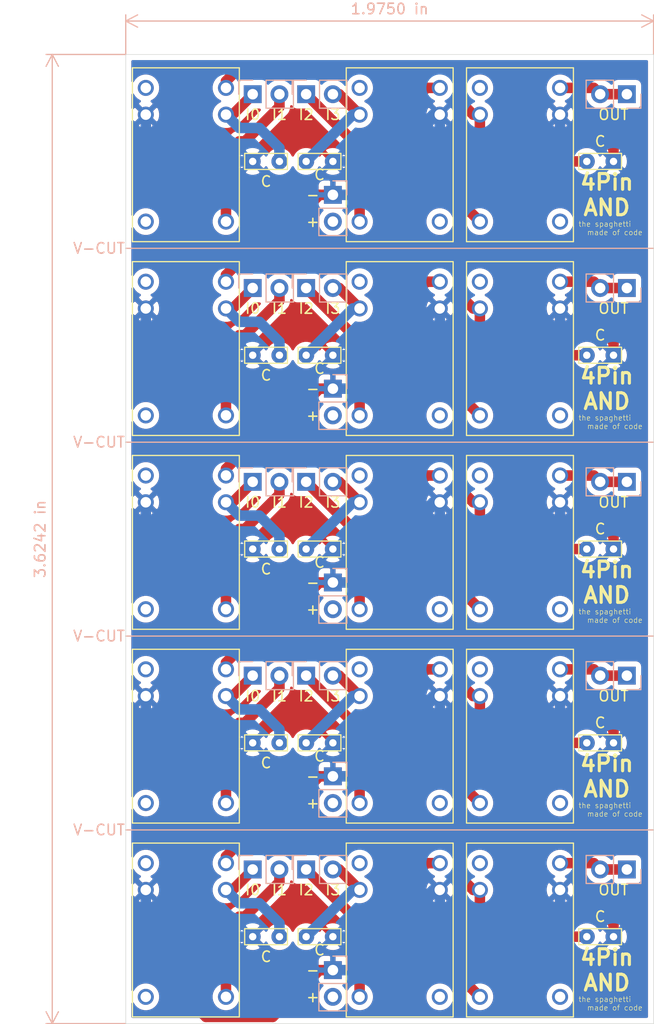
<source format=kicad_pcb>
(kicad_pcb (version 20171130) (host pcbnew "(5.1.6)-1")
  (layers (0 F.Cu signal) (31 B.Cu signal hide) (34 B.Paste user hide) (35 F.Paste user hide) (36 B.SilkS user) (37 F.SilkS user hide) (38 B.Mask user hide) (39 F.Mask user hide) (44 Edge.Cuts user))
  (net 0 "")
  (net 1 GND)
  (net 2 "Net-(C1-Pad1)")
  (net 3 "Net-(C2-Pad2)")
  (net 4 "Net-(C3-Pad2)")
  (net 5 "Net-(J1-Pad2)")
  (net 6 "Net-(J2-Pad1)")
  (net 7 "Net-(J3-Pad1)")
  (net 8 "Net-(J4-Pad2)")
  (net 9 "Net-(SPDT1-Pad1)")
  (net 10 "Net-(SPDT1-Pad5)")
  (net 11 "Net-(SPDT2-Pad1)")
  (net 12 "Net-(SPDT2-Pad6)")
  (net 13 "Net-(SPDT3-Pad6)")
  (net 14 "Net-(SPDT2-Pad2)")
  (net 15 "Net-(SPDT3-Pad1)")
  (module Connector_PinHeader_2.54mm:PinHeader_1x02_P2.54mm_Vertical (layer B.Cu) (at 77.47 107.26 90)
    (fp_text reference J3)
    (fp_text value Conn_01x02)
    (pad 1 thru_hole rect (at 0 0 90) (size 1.7 1.7) (drill 1) (layers *.Cu *.Mask) (net 7 "Net-(J3-Pad1)"))
    (pad 2 thru_hole oval (at 0 -2.54 90) (size 1.7 1.7) (drill 1) (layers *.Cu *.Mask) (net 7 "Net-(J3-Pad1)"))
  )
  (module Connector_PinHeader_2.54mm:PinHeader_1x02_P2.54mm_Vertical (layer B.Cu) (at 77.47 88.85 90)
    (fp_text reference J3)
    (fp_text value Conn_01x02)
    (pad 1 thru_hole rect (at 0 0 90) (size 1.7 1.7) (drill 1) (layers *.Cu *.Mask) (net 7 "Net-(J3-Pad1)"))
    (pad 2 thru_hole oval (at 0 -2.54 90) (size 1.7 1.7) (drill 1) (layers *.Cu *.Mask) (net 7 "Net-(J3-Pad1)"))
  )
  (module Connector_PinHeader_2.54mm:PinHeader_1x02_P2.54mm_Vertical (layer B.Cu) (at 77.47 70.44 90)
    (fp_text reference J3)
    (fp_text value Conn_01x02)
    (pad 1 thru_hole rect (at 0 0 90) (size 1.7 1.7) (drill 1) (layers *.Cu *.Mask) (net 7 "Net-(J3-Pad1)"))
    (pad 2 thru_hole oval (at 0 -2.54 90) (size 1.7 1.7) (drill 1) (layers *.Cu *.Mask) (net 7 "Net-(J3-Pad1)"))
  )
  (module Connector_PinHeader_2.54mm:PinHeader_1x02_P2.54mm_Vertical (layer B.Cu) (at 77.47 52.03 90)
    (fp_text reference J3)
    (fp_text value Conn_01x02)
    (pad 1 thru_hole rect (at 0 0 90) (size 1.7 1.7) (drill 1) (layers *.Cu *.Mask) (net 7 "Net-(J3-Pad1)"))
    (pad 2 thru_hole oval (at 0 -2.54 90) (size 1.7 1.7) (drill 1) (layers *.Cu *.Mask) (net 7 "Net-(J3-Pad1)"))
  )
  (module MiyakeFootprintLib:946H-1C-24D (layer F.Cu) (at 68.58 111.74)
    (fp_text reference SPDT3)
    (fp_text value 946H-1C-24D)
    (pad 6 thru_hole circle (at 2.54 7.62) (size 1.524 1.524) (drill 1) (layers *.Cu *.Mask) (net 13 "Net-(SPDT3-Pad6)"))
    (pad 5 thru_hole circle (at -5.08 7.62) (size 1.524 1.524) (drill 1) (layers *.Cu *.Mask) (net 14 "Net-(SPDT2-Pad2)"))
    (pad 4 thru_hole circle (at -5.08 -2.54) (size 1.524 1.524) (drill 1) (layers *.Cu *.Mask) (net 4 "Net-(C3-Pad2)"))
    (pad 3 thru_hole circle (at 2.54 -2.54) (size 1.524 1.524) (drill 1) (layers *.Cu *.Mask) (net 1 GND))
    (pad 2 thru_hole circle (at 2.54 -5.08) (size 1.524 1.524) (drill 1) (layers *.Cu *.Mask) (net 7 "Net-(J3-Pad1)"))
    (pad 1 thru_hole circle (at -5.08 -5.08) (size 1.524 1.524) (drill 1) (layers *.Cu *.Mask) (net 15 "Net-(SPDT3-Pad1)"))
  )
  (module MiyakeFootprintLib:946H-1C-24D (layer F.Cu) (at 68.58 93.33)
    (fp_text reference SPDT3)
    (fp_text value 946H-1C-24D)
    (pad 6 thru_hole circle (at 2.54 7.62) (size 1.524 1.524) (drill 1) (layers *.Cu *.Mask) (net 13 "Net-(SPDT3-Pad6)"))
    (pad 5 thru_hole circle (at -5.08 7.62) (size 1.524 1.524) (drill 1) (layers *.Cu *.Mask) (net 14 "Net-(SPDT2-Pad2)"))
    (pad 4 thru_hole circle (at -5.08 -2.54) (size 1.524 1.524) (drill 1) (layers *.Cu *.Mask) (net 4 "Net-(C3-Pad2)"))
    (pad 3 thru_hole circle (at 2.54 -2.54) (size 1.524 1.524) (drill 1) (layers *.Cu *.Mask) (net 1 GND))
    (pad 2 thru_hole circle (at 2.54 -5.08) (size 1.524 1.524) (drill 1) (layers *.Cu *.Mask) (net 7 "Net-(J3-Pad1)"))
    (pad 1 thru_hole circle (at -5.08 -5.08) (size 1.524 1.524) (drill 1) (layers *.Cu *.Mask) (net 15 "Net-(SPDT3-Pad1)"))
  )
  (module MiyakeFootprintLib:946H-1C-24D (layer F.Cu) (at 68.58 74.92)
    (fp_text reference SPDT3)
    (fp_text value 946H-1C-24D)
    (pad 6 thru_hole circle (at 2.54 7.62) (size 1.524 1.524) (drill 1) (layers *.Cu *.Mask) (net 13 "Net-(SPDT3-Pad6)"))
    (pad 5 thru_hole circle (at -5.08 7.62) (size 1.524 1.524) (drill 1) (layers *.Cu *.Mask) (net 14 "Net-(SPDT2-Pad2)"))
    (pad 4 thru_hole circle (at -5.08 -2.54) (size 1.524 1.524) (drill 1) (layers *.Cu *.Mask) (net 4 "Net-(C3-Pad2)"))
    (pad 3 thru_hole circle (at 2.54 -2.54) (size 1.524 1.524) (drill 1) (layers *.Cu *.Mask) (net 1 GND))
    (pad 2 thru_hole circle (at 2.54 -5.08) (size 1.524 1.524) (drill 1) (layers *.Cu *.Mask) (net 7 "Net-(J3-Pad1)"))
    (pad 1 thru_hole circle (at -5.08 -5.08) (size 1.524 1.524) (drill 1) (layers *.Cu *.Mask) (net 15 "Net-(SPDT3-Pad1)"))
  )
  (module MiyakeFootprintLib:946H-1C-24D (layer F.Cu) (at 68.58 56.51)
    (fp_text reference SPDT3)
    (fp_text value 946H-1C-24D)
    (pad 6 thru_hole circle (at 2.54 7.62) (size 1.524 1.524) (drill 1) (layers *.Cu *.Mask) (net 13 "Net-(SPDT3-Pad6)"))
    (pad 5 thru_hole circle (at -5.08 7.62) (size 1.524 1.524) (drill 1) (layers *.Cu *.Mask) (net 14 "Net-(SPDT2-Pad2)"))
    (pad 4 thru_hole circle (at -5.08 -2.54) (size 1.524 1.524) (drill 1) (layers *.Cu *.Mask) (net 4 "Net-(C3-Pad2)"))
    (pad 3 thru_hole circle (at 2.54 -2.54) (size 1.524 1.524) (drill 1) (layers *.Cu *.Mask) (net 1 GND))
    (pad 2 thru_hole circle (at 2.54 -5.08) (size 1.524 1.524) (drill 1) (layers *.Cu *.Mask) (net 7 "Net-(J3-Pad1)"))
    (pad 1 thru_hole circle (at -5.08 -5.08) (size 1.524 1.524) (drill 1) (layers *.Cu *.Mask) (net 15 "Net-(SPDT3-Pad1)"))
  )
  (module MiyakeFootprintLib:Condensor (layer F.Cu) (at 44.45 113.645 180)
    (fp_text reference C1)
    (fp_text value C)
    (pad 1 thru_hole circle (at 0 0 180) (size 1.524 1.524) (drill 0.7) (layers *.Cu *.Mask) (net 2 "Net-(C1-Pad1)"))
    (pad 2 thru_hole circle (at 2.54 0 180) (size 1.524 1.524) (drill 0.7) (layers *.Cu *.Mask) (net 1 GND))
  )
  (module MiyakeFootprintLib:Condensor (layer F.Cu) (at 44.45 95.235 180)
    (fp_text reference C1)
    (fp_text value C)
    (pad 1 thru_hole circle (at 0 0 180) (size 1.524 1.524) (drill 0.7) (layers *.Cu *.Mask) (net 2 "Net-(C1-Pad1)"))
    (pad 2 thru_hole circle (at 2.54 0 180) (size 1.524 1.524) (drill 0.7) (layers *.Cu *.Mask) (net 1 GND))
  )
  (module MiyakeFootprintLib:Condensor (layer F.Cu) (at 44.45 76.825 180)
    (fp_text reference C1)
    (fp_text value C)
    (pad 1 thru_hole circle (at 0 0 180) (size 1.524 1.524) (drill 0.7) (layers *.Cu *.Mask) (net 2 "Net-(C1-Pad1)"))
    (pad 2 thru_hole circle (at 2.54 0 180) (size 1.524 1.524) (drill 0.7) (layers *.Cu *.Mask) (net 1 GND))
  )
  (module MiyakeFootprintLib:Condensor (layer F.Cu) (at 44.45 58.415 180)
    (fp_text reference C1)
    (fp_text value C)
    (pad 1 thru_hole circle (at 0 0 180) (size 1.524 1.524) (drill 0.7) (layers *.Cu *.Mask) (net 2 "Net-(C1-Pad1)"))
    (pad 2 thru_hole circle (at 2.54 0 180) (size 1.524 1.524) (drill 0.7) (layers *.Cu *.Mask) (net 1 GND))
  )
  (module MiyakeFootprintLib:Condensor (layer F.Cu) (at 49.53 113.645 180)
    (fp_text reference C2)
    (fp_text value C)
    (pad 1 thru_hole circle (at 0 0 180) (size 1.524 1.524) (drill 0.7) (layers *.Cu *.Mask) (net 1 GND))
    (pad 2 thru_hole circle (at 2.54 0 180) (size 1.524 1.524) (drill 0.7) (layers *.Cu *.Mask) (net 3 "Net-(C2-Pad2)"))
  )
  (module MiyakeFootprintLib:Condensor (layer F.Cu) (at 49.53 95.235 180)
    (fp_text reference C2)
    (fp_text value C)
    (pad 1 thru_hole circle (at 0 0 180) (size 1.524 1.524) (drill 0.7) (layers *.Cu *.Mask) (net 1 GND))
    (pad 2 thru_hole circle (at 2.54 0 180) (size 1.524 1.524) (drill 0.7) (layers *.Cu *.Mask) (net 3 "Net-(C2-Pad2)"))
  )
  (module MiyakeFootprintLib:Condensor (layer F.Cu) (at 49.53 76.825 180)
    (fp_text reference C2)
    (fp_text value C)
    (pad 1 thru_hole circle (at 0 0 180) (size 1.524 1.524) (drill 0.7) (layers *.Cu *.Mask) (net 1 GND))
    (pad 2 thru_hole circle (at 2.54 0 180) (size 1.524 1.524) (drill 0.7) (layers *.Cu *.Mask) (net 3 "Net-(C2-Pad2)"))
  )
  (module MiyakeFootprintLib:Condensor (layer F.Cu) (at 49.53 58.415 180)
    (fp_text reference C2)
    (fp_text value C)
    (pad 1 thru_hole circle (at 0 0 180) (size 1.524 1.524) (drill 0.7) (layers *.Cu *.Mask) (net 1 GND))
    (pad 2 thru_hole circle (at 2.54 0 180) (size 1.524 1.524) (drill 0.7) (layers *.Cu *.Mask) (net 3 "Net-(C2-Pad2)"))
  )
  (module MiyakeFootprintLib:946H-1C-24D (layer F.Cu) (at 57.15 111.74)
    (fp_text reference SPDT2)
    (fp_text value 946H-1C-24D)
    (pad 6 thru_hole circle (at 2.54 7.62) (size 1.524 1.524) (drill 1) (layers *.Cu *.Mask) (net 12 "Net-(SPDT2-Pad6)"))
    (pad 5 thru_hole circle (at -5.08 7.62) (size 1.524 1.524) (drill 1) (layers *.Cu *.Mask) (net 6 "Net-(J2-Pad1)"))
    (pad 4 thru_hole circle (at -5.08 -2.54) (size 1.524 1.524) (drill 1) (layers *.Cu *.Mask) (net 3 "Net-(C2-Pad2)"))
    (pad 3 thru_hole circle (at 2.54 -2.54) (size 1.524 1.524) (drill 1) (layers *.Cu *.Mask) (net 1 GND))
    (pad 2 thru_hole circle (at 2.54 -5.08) (size 1.524 1.524) (drill 1) (layers *.Cu *.Mask) (net 14 "Net-(SPDT2-Pad2)"))
    (pad 1 thru_hole circle (at -5.08 -5.08) (size 1.524 1.524) (drill 1) (layers *.Cu *.Mask) (net 11 "Net-(SPDT2-Pad1)"))
  )
  (module MiyakeFootprintLib:946H-1C-24D (layer F.Cu) (at 57.15 93.33)
    (fp_text reference SPDT2)
    (fp_text value 946H-1C-24D)
    (pad 6 thru_hole circle (at 2.54 7.62) (size 1.524 1.524) (drill 1) (layers *.Cu *.Mask) (net 12 "Net-(SPDT2-Pad6)"))
    (pad 5 thru_hole circle (at -5.08 7.62) (size 1.524 1.524) (drill 1) (layers *.Cu *.Mask) (net 6 "Net-(J2-Pad1)"))
    (pad 4 thru_hole circle (at -5.08 -2.54) (size 1.524 1.524) (drill 1) (layers *.Cu *.Mask) (net 3 "Net-(C2-Pad2)"))
    (pad 3 thru_hole circle (at 2.54 -2.54) (size 1.524 1.524) (drill 1) (layers *.Cu *.Mask) (net 1 GND))
    (pad 2 thru_hole circle (at 2.54 -5.08) (size 1.524 1.524) (drill 1) (layers *.Cu *.Mask) (net 14 "Net-(SPDT2-Pad2)"))
    (pad 1 thru_hole circle (at -5.08 -5.08) (size 1.524 1.524) (drill 1) (layers *.Cu *.Mask) (net 11 "Net-(SPDT2-Pad1)"))
  )
  (module MiyakeFootprintLib:946H-1C-24D (layer F.Cu) (at 57.15 74.92)
    (fp_text reference SPDT2)
    (fp_text value 946H-1C-24D)
    (pad 6 thru_hole circle (at 2.54 7.62) (size 1.524 1.524) (drill 1) (layers *.Cu *.Mask) (net 12 "Net-(SPDT2-Pad6)"))
    (pad 5 thru_hole circle (at -5.08 7.62) (size 1.524 1.524) (drill 1) (layers *.Cu *.Mask) (net 6 "Net-(J2-Pad1)"))
    (pad 4 thru_hole circle (at -5.08 -2.54) (size 1.524 1.524) (drill 1) (layers *.Cu *.Mask) (net 3 "Net-(C2-Pad2)"))
    (pad 3 thru_hole circle (at 2.54 -2.54) (size 1.524 1.524) (drill 1) (layers *.Cu *.Mask) (net 1 GND))
    (pad 2 thru_hole circle (at 2.54 -5.08) (size 1.524 1.524) (drill 1) (layers *.Cu *.Mask) (net 14 "Net-(SPDT2-Pad2)"))
    (pad 1 thru_hole circle (at -5.08 -5.08) (size 1.524 1.524) (drill 1) (layers *.Cu *.Mask) (net 11 "Net-(SPDT2-Pad1)"))
  )
  (module MiyakeFootprintLib:946H-1C-24D (layer F.Cu) (at 57.15 56.51)
    (fp_text reference SPDT2)
    (fp_text value 946H-1C-24D)
    (pad 6 thru_hole circle (at 2.54 7.62) (size 1.524 1.524) (drill 1) (layers *.Cu *.Mask) (net 12 "Net-(SPDT2-Pad6)"))
    (pad 5 thru_hole circle (at -5.08 7.62) (size 1.524 1.524) (drill 1) (layers *.Cu *.Mask) (net 6 "Net-(J2-Pad1)"))
    (pad 4 thru_hole circle (at -5.08 -2.54) (size 1.524 1.524) (drill 1) (layers *.Cu *.Mask) (net 3 "Net-(C2-Pad2)"))
    (pad 3 thru_hole circle (at 2.54 -2.54) (size 1.524 1.524) (drill 1) (layers *.Cu *.Mask) (net 1 GND))
    (pad 2 thru_hole circle (at 2.54 -5.08) (size 1.524 1.524) (drill 1) (layers *.Cu *.Mask) (net 14 "Net-(SPDT2-Pad2)"))
    (pad 1 thru_hole circle (at -5.08 -5.08) (size 1.524 1.524) (drill 1) (layers *.Cu *.Mask) (net 11 "Net-(SPDT2-Pad1)"))
  )
  (module MiyakeFootprintLib:Condensor (layer F.Cu) (at 76.2 113.645 180)
    (fp_text reference C3)
    (fp_text value C)
    (pad 1 thru_hole circle (at 0 0 180) (size 1.524 1.524) (drill 0.7) (layers *.Cu *.Mask) (net 1 GND))
    (pad 2 thru_hole circle (at 2.54 0 180) (size 1.524 1.524) (drill 0.7) (layers *.Cu *.Mask) (net 4 "Net-(C3-Pad2)"))
  )
  (module MiyakeFootprintLib:Condensor (layer F.Cu) (at 76.2 95.235 180)
    (fp_text reference C3)
    (fp_text value C)
    (pad 1 thru_hole circle (at 0 0 180) (size 1.524 1.524) (drill 0.7) (layers *.Cu *.Mask) (net 1 GND))
    (pad 2 thru_hole circle (at 2.54 0 180) (size 1.524 1.524) (drill 0.7) (layers *.Cu *.Mask) (net 4 "Net-(C3-Pad2)"))
  )
  (module MiyakeFootprintLib:Condensor (layer F.Cu) (at 76.2 76.825 180)
    (fp_text reference C3)
    (fp_text value C)
    (pad 1 thru_hole circle (at 0 0 180) (size 1.524 1.524) (drill 0.7) (layers *.Cu *.Mask) (net 1 GND))
    (pad 2 thru_hole circle (at 2.54 0 180) (size 1.524 1.524) (drill 0.7) (layers *.Cu *.Mask) (net 4 "Net-(C3-Pad2)"))
  )
  (module MiyakeFootprintLib:Condensor (layer F.Cu) (at 76.2 58.415 180)
    (fp_text reference C3)
    (fp_text value C)
    (pad 1 thru_hole circle (at 0 0 180) (size 1.524 1.524) (drill 0.7) (layers *.Cu *.Mask) (net 1 GND))
    (pad 2 thru_hole circle (at 2.54 0 180) (size 1.524 1.524) (drill 0.7) (layers *.Cu *.Mask) (net 4 "Net-(C3-Pad2)"))
  )
  (module Connector_PinHeader_2.54mm:PinHeader_1x02_P2.54mm_Vertical (layer B.Cu) (at 41.91 107.26 270)
    (fp_text reference J1)
    (fp_text value Conn_01x02)
    (pad 1 thru_hole rect (at 0 0 270) (size 1.7 1.7) (drill 1) (layers *.Cu *.Mask) (net 2 "Net-(C1-Pad1)"))
    (pad 2 thru_hole oval (at 0 -2.54 270) (size 1.7 1.7) (drill 1) (layers *.Cu *.Mask) (net 5 "Net-(J1-Pad2)"))
  )
  (module Connector_PinHeader_2.54mm:PinHeader_1x02_P2.54mm_Vertical (layer B.Cu) (at 41.91 88.85 270)
    (fp_text reference J1)
    (fp_text value Conn_01x02)
    (pad 1 thru_hole rect (at 0 0 270) (size 1.7 1.7) (drill 1) (layers *.Cu *.Mask) (net 2 "Net-(C1-Pad1)"))
    (pad 2 thru_hole oval (at 0 -2.54 270) (size 1.7 1.7) (drill 1) (layers *.Cu *.Mask) (net 5 "Net-(J1-Pad2)"))
  )
  (module Connector_PinHeader_2.54mm:PinHeader_1x02_P2.54mm_Vertical (layer B.Cu) (at 41.91 70.44 270)
    (fp_text reference J1)
    (fp_text value Conn_01x02)
    (pad 1 thru_hole rect (at 0 0 270) (size 1.7 1.7) (drill 1) (layers *.Cu *.Mask) (net 2 "Net-(C1-Pad1)"))
    (pad 2 thru_hole oval (at 0 -2.54 270) (size 1.7 1.7) (drill 1) (layers *.Cu *.Mask) (net 5 "Net-(J1-Pad2)"))
  )
  (module Connector_PinHeader_2.54mm:PinHeader_1x02_P2.54mm_Vertical (layer B.Cu) (at 41.91 52.03 270)
    (fp_text reference J1)
    (fp_text value Conn_01x02)
    (pad 1 thru_hole rect (at 0 0 270) (size 1.7 1.7) (drill 1) (layers *.Cu *.Mask) (net 2 "Net-(C1-Pad1)"))
    (pad 2 thru_hole oval (at 0 -2.54 270) (size 1.7 1.7) (drill 1) (layers *.Cu *.Mask) (net 5 "Net-(J1-Pad2)"))
  )
  (module Connector_PinHeader_2.54mm:PinHeader_1x02_P2.54mm_Vertical (layer B.Cu) (at 46.99 107.26 270)
    (fp_text reference J2)
    (fp_text value Conn_01x02)
    (pad 1 thru_hole rect (at 0 0 270) (size 1.7 1.7) (drill 1) (layers *.Cu *.Mask) (net 6 "Net-(J2-Pad1)"))
    (pad 2 thru_hole oval (at 0 -2.54 270) (size 1.7 1.7) (drill 1) (layers *.Cu *.Mask) (net 3 "Net-(C2-Pad2)"))
  )
  (module Connector_PinHeader_2.54mm:PinHeader_1x02_P2.54mm_Vertical (layer B.Cu) (at 46.99 88.85 270)
    (fp_text reference J2)
    (fp_text value Conn_01x02)
    (pad 1 thru_hole rect (at 0 0 270) (size 1.7 1.7) (drill 1) (layers *.Cu *.Mask) (net 6 "Net-(J2-Pad1)"))
    (pad 2 thru_hole oval (at 0 -2.54 270) (size 1.7 1.7) (drill 1) (layers *.Cu *.Mask) (net 3 "Net-(C2-Pad2)"))
  )
  (module Connector_PinHeader_2.54mm:PinHeader_1x02_P2.54mm_Vertical (layer B.Cu) (at 46.99 70.44 270)
    (fp_text reference J2)
    (fp_text value Conn_01x02)
    (pad 1 thru_hole rect (at 0 0 270) (size 1.7 1.7) (drill 1) (layers *.Cu *.Mask) (net 6 "Net-(J2-Pad1)"))
    (pad 2 thru_hole oval (at 0 -2.54 270) (size 1.7 1.7) (drill 1) (layers *.Cu *.Mask) (net 3 "Net-(C2-Pad2)"))
  )
  (module Connector_PinHeader_2.54mm:PinHeader_1x02_P2.54mm_Vertical (layer B.Cu) (at 46.99 52.03 270)
    (fp_text reference J2)
    (fp_text value Conn_01x02)
    (pad 1 thru_hole rect (at 0 0 270) (size 1.7 1.7) (drill 1) (layers *.Cu *.Mask) (net 6 "Net-(J2-Pad1)"))
    (pad 2 thru_hole oval (at 0 -2.54 270) (size 1.7 1.7) (drill 1) (layers *.Cu *.Mask) (net 3 "Net-(C2-Pad2)"))
  )
  (module Connector_PinHeader_2.54mm:PinHeader_1x02_P2.54mm_Vertical (layer B.Cu) (at 49.53 116.82 180)
    (fp_text reference J4)
    (fp_text value Conn_01x02)
    (pad 1 thru_hole rect (at 0 0 180) (size 1.7 1.7) (drill 1) (layers *.Cu *.Mask) (net 1 GND))
    (pad 2 thru_hole oval (at 0 -2.54 180) (size 1.7 1.7) (drill 1) (layers *.Cu *.Mask) (net 8 "Net-(J4-Pad2)"))
  )
  (module Connector_PinHeader_2.54mm:PinHeader_1x02_P2.54mm_Vertical (layer B.Cu) (at 49.53 98.41 180)
    (fp_text reference J4)
    (fp_text value Conn_01x02)
    (pad 1 thru_hole rect (at 0 0 180) (size 1.7 1.7) (drill 1) (layers *.Cu *.Mask) (net 1 GND))
    (pad 2 thru_hole oval (at 0 -2.54 180) (size 1.7 1.7) (drill 1) (layers *.Cu *.Mask) (net 8 "Net-(J4-Pad2)"))
  )
  (module Connector_PinHeader_2.54mm:PinHeader_1x02_P2.54mm_Vertical (layer B.Cu) (at 49.53 80 180)
    (fp_text reference J4)
    (fp_text value Conn_01x02)
    (pad 1 thru_hole rect (at 0 0 180) (size 1.7 1.7) (drill 1) (layers *.Cu *.Mask) (net 1 GND))
    (pad 2 thru_hole oval (at 0 -2.54 180) (size 1.7 1.7) (drill 1) (layers *.Cu *.Mask) (net 8 "Net-(J4-Pad2)"))
  )
  (module Connector_PinHeader_2.54mm:PinHeader_1x02_P2.54mm_Vertical (layer B.Cu) (at 49.53 61.59 180)
    (fp_text reference J4)
    (fp_text value Conn_01x02)
    (pad 1 thru_hole rect (at 0 0 180) (size 1.7 1.7) (drill 1) (layers *.Cu *.Mask) (net 1 GND))
    (pad 2 thru_hole oval (at 0 -2.54 180) (size 1.7 1.7) (drill 1) (layers *.Cu *.Mask) (net 8 "Net-(J4-Pad2)"))
  )
  (module MiyakeFootprintLib:946H-1C-24D (layer F.Cu) (at 36.83 111.74)
    (fp_text reference SPDT1)
    (fp_text value 946H-1C-24D)
    (pad 6 thru_hole circle (at 2.54 7.62) (size 1.524 1.524) (drill 1) (layers *.Cu *.Mask) (net 5 "Net-(J1-Pad2)"))
    (pad 5 thru_hole circle (at -5.08 7.62) (size 1.524 1.524) (drill 1) (layers *.Cu *.Mask) (net 10 "Net-(SPDT1-Pad5)"))
    (pad 4 thru_hole circle (at -5.08 -2.54) (size 1.524 1.524) (drill 1) (layers *.Cu *.Mask) (net 1 GND))
    (pad 3 thru_hole circle (at 2.54 -2.54) (size 1.524 1.524) (drill 1) (layers *.Cu *.Mask) (net 2 "Net-(C1-Pad1)"))
    (pad 2 thru_hole circle (at 2.54 -5.08) (size 1.524 1.524) (drill 1) (layers *.Cu *.Mask) (net 4 "Net-(C3-Pad2)"))
    (pad 1 thru_hole circle (at -5.08 -5.08) (size 1.524 1.524) (drill 1) (layers *.Cu *.Mask) (net 9 "Net-(SPDT1-Pad1)"))
  )
  (module MiyakeFootprintLib:946H-1C-24D (layer F.Cu) (at 36.83 93.33)
    (fp_text reference SPDT1)
    (fp_text value 946H-1C-24D)
    (pad 6 thru_hole circle (at 2.54 7.62) (size 1.524 1.524) (drill 1) (layers *.Cu *.Mask) (net 5 "Net-(J1-Pad2)"))
    (pad 5 thru_hole circle (at -5.08 7.62) (size 1.524 1.524) (drill 1) (layers *.Cu *.Mask) (net 10 "Net-(SPDT1-Pad5)"))
    (pad 4 thru_hole circle (at -5.08 -2.54) (size 1.524 1.524) (drill 1) (layers *.Cu *.Mask) (net 1 GND))
    (pad 3 thru_hole circle (at 2.54 -2.54) (size 1.524 1.524) (drill 1) (layers *.Cu *.Mask) (net 2 "Net-(C1-Pad1)"))
    (pad 2 thru_hole circle (at 2.54 -5.08) (size 1.524 1.524) (drill 1) (layers *.Cu *.Mask) (net 4 "Net-(C3-Pad2)"))
    (pad 1 thru_hole circle (at -5.08 -5.08) (size 1.524 1.524) (drill 1) (layers *.Cu *.Mask) (net 9 "Net-(SPDT1-Pad1)"))
  )
  (module MiyakeFootprintLib:946H-1C-24D (layer F.Cu) (at 36.83 74.92)
    (fp_text reference SPDT1)
    (fp_text value 946H-1C-24D)
    (pad 6 thru_hole circle (at 2.54 7.62) (size 1.524 1.524) (drill 1) (layers *.Cu *.Mask) (net 5 "Net-(J1-Pad2)"))
    (pad 5 thru_hole circle (at -5.08 7.62) (size 1.524 1.524) (drill 1) (layers *.Cu *.Mask) (net 10 "Net-(SPDT1-Pad5)"))
    (pad 4 thru_hole circle (at -5.08 -2.54) (size 1.524 1.524) (drill 1) (layers *.Cu *.Mask) (net 1 GND))
    (pad 3 thru_hole circle (at 2.54 -2.54) (size 1.524 1.524) (drill 1) (layers *.Cu *.Mask) (net 2 "Net-(C1-Pad1)"))
    (pad 2 thru_hole circle (at 2.54 -5.08) (size 1.524 1.524) (drill 1) (layers *.Cu *.Mask) (net 4 "Net-(C3-Pad2)"))
    (pad 1 thru_hole circle (at -5.08 -5.08) (size 1.524 1.524) (drill 1) (layers *.Cu *.Mask) (net 9 "Net-(SPDT1-Pad1)"))
  )
  (module MiyakeFootprintLib:946H-1C-24D (layer F.Cu) (at 36.83 56.51)
    (fp_text reference SPDT1)
    (fp_text value 946H-1C-24D)
    (pad 6 thru_hole circle (at 2.54 7.62) (size 1.524 1.524) (drill 1) (layers *.Cu *.Mask) (net 5 "Net-(J1-Pad2)"))
    (pad 5 thru_hole circle (at -5.08 7.62) (size 1.524 1.524) (drill 1) (layers *.Cu *.Mask) (net 10 "Net-(SPDT1-Pad5)"))
    (pad 4 thru_hole circle (at -5.08 -2.54) (size 1.524 1.524) (drill 1) (layers *.Cu *.Mask) (net 1 GND))
    (pad 3 thru_hole circle (at 2.54 -2.54) (size 1.524 1.524) (drill 1) (layers *.Cu *.Mask) (net 2 "Net-(C1-Pad1)"))
    (pad 2 thru_hole circle (at 2.54 -5.08) (size 1.524 1.524) (drill 1) (layers *.Cu *.Mask) (net 4 "Net-(C3-Pad2)"))
    (pad 1 thru_hole circle (at -5.08 -5.08) (size 1.524 1.524) (drill 1) (layers *.Cu *.Mask) (net 9 "Net-(SPDT1-Pad1)"))
  )
  (module MiyakeFootprintLib:946H-1C-24D (layer F.Cu) (at 68.58 38.1)
    (fp_text reference SPDT3)
    (fp_text value 946H-1C-24D)
    (pad 1 thru_hole circle (at -5.08 -5.08) (size 1.524 1.524) (drill 1) (layers *.Cu *.Mask) (net 15 "Net-(SPDT3-Pad1)"))
    (pad 2 thru_hole circle (at 2.54 -5.08) (size 1.524 1.524) (drill 1) (layers *.Cu *.Mask) (net 7 "Net-(J3-Pad1)"))
    (pad 3 thru_hole circle (at 2.54 -2.54) (size 1.524 1.524) (drill 1) (layers *.Cu *.Mask) (net 1 GND))
    (pad 4 thru_hole circle (at -5.08 -2.54) (size 1.524 1.524) (drill 1) (layers *.Cu *.Mask) (net 4 "Net-(C3-Pad2)"))
    (pad 5 thru_hole circle (at -5.08 7.62) (size 1.524 1.524) (drill 1) (layers *.Cu *.Mask) (net 14 "Net-(SPDT2-Pad2)"))
    (pad 6 thru_hole circle (at 2.54 7.62) (size 1.524 1.524) (drill 1) (layers *.Cu *.Mask) (net 13 "Net-(SPDT3-Pad6)"))
  )
  (module MiyakeFootprintLib:946H-1C-24D (layer F.Cu) (at 57.15 38.1)
    (fp_text reference SPDT2)
    (fp_text value 946H-1C-24D)
    (pad 1 thru_hole circle (at -5.08 -5.08) (size 1.524 1.524) (drill 1) (layers *.Cu *.Mask) (net 11 "Net-(SPDT2-Pad1)"))
    (pad 2 thru_hole circle (at 2.54 -5.08) (size 1.524 1.524) (drill 1) (layers *.Cu *.Mask) (net 14 "Net-(SPDT2-Pad2)"))
    (pad 3 thru_hole circle (at 2.54 -2.54) (size 1.524 1.524) (drill 1) (layers *.Cu *.Mask) (net 1 GND))
    (pad 4 thru_hole circle (at -5.08 -2.54) (size 1.524 1.524) (drill 1) (layers *.Cu *.Mask) (net 3 "Net-(C2-Pad2)"))
    (pad 5 thru_hole circle (at -5.08 7.62) (size 1.524 1.524) (drill 1) (layers *.Cu *.Mask) (net 6 "Net-(J2-Pad1)"))
    (pad 6 thru_hole circle (at 2.54 7.62) (size 1.524 1.524) (drill 1) (layers *.Cu *.Mask) (net 12 "Net-(SPDT2-Pad6)"))
  )
  (module MiyakeFootprintLib:946H-1C-24D (layer F.Cu) (at 36.83 38.1)
    (fp_text reference SPDT1)
    (fp_text value 946H-1C-24D)
    (pad 1 thru_hole circle (at -5.08 -5.08) (size 1.524 1.524) (drill 1) (layers *.Cu *.Mask) (net 9 "Net-(SPDT1-Pad1)"))
    (pad 2 thru_hole circle (at 2.54 -5.08) (size 1.524 1.524) (drill 1) (layers *.Cu *.Mask) (net 4 "Net-(C3-Pad2)"))
    (pad 3 thru_hole circle (at 2.54 -2.54) (size 1.524 1.524) (drill 1) (layers *.Cu *.Mask) (net 2 "Net-(C1-Pad1)"))
    (pad 4 thru_hole circle (at -5.08 -2.54) (size 1.524 1.524) (drill 1) (layers *.Cu *.Mask) (net 1 GND))
    (pad 5 thru_hole circle (at -5.08 7.62) (size 1.524 1.524) (drill 1) (layers *.Cu *.Mask) (net 10 "Net-(SPDT1-Pad5)"))
    (pad 6 thru_hole circle (at 2.54 7.62) (size 1.524 1.524) (drill 1) (layers *.Cu *.Mask) (net 5 "Net-(J1-Pad2)"))
  )
  (module Connector_PinHeader_2.54mm:PinHeader_1x02_P2.54mm_Vertical (layer B.Cu) (at 49.53 43.18 180)
    (fp_text reference J4)
    (fp_text value Conn_01x02)
    (pad 2 thru_hole oval (at 0 -2.54 180) (size 1.7 1.7) (drill 1) (layers *.Cu *.Mask) (net 8 "Net-(J4-Pad2)"))
    (pad 1 thru_hole rect (at 0 0 180) (size 1.7 1.7) (drill 1) (layers *.Cu *.Mask) (net 1 GND))
  )
  (module Connector_PinHeader_2.54mm:PinHeader_1x02_P2.54mm_Vertical (layer B.Cu) (at 77.47 33.62 90)
    (fp_text reference J3)
    (fp_text value Conn_01x02)
    (pad 2 thru_hole oval (at 0 -2.54 90) (size 1.7 1.7) (drill 1) (layers *.Cu *.Mask) (net 7 "Net-(J3-Pad1)"))
    (pad 1 thru_hole rect (at 0 0 90) (size 1.7 1.7) (drill 1) (layers *.Cu *.Mask) (net 7 "Net-(J3-Pad1)"))
  )
  (module Connector_PinHeader_2.54mm:PinHeader_1x02_P2.54mm_Vertical (layer B.Cu) (at 46.99 33.62 270)
    (fp_text reference J2)
    (fp_text value Conn_01x02)
    (pad 2 thru_hole oval (at 0 -2.54 270) (size 1.7 1.7) (drill 1) (layers *.Cu *.Mask) (net 3 "Net-(C2-Pad2)"))
    (pad 1 thru_hole rect (at 0 0 270) (size 1.7 1.7) (drill 1) (layers *.Cu *.Mask) (net 6 "Net-(J2-Pad1)"))
  )
  (module Connector_PinHeader_2.54mm:PinHeader_1x02_P2.54mm_Vertical (layer B.Cu) (at 41.91 33.62 270)
    (fp_text reference J1)
    (fp_text value Conn_01x02)
    (pad 2 thru_hole oval (at 0 -2.54 270) (size 1.7 1.7) (drill 1) (layers *.Cu *.Mask) (net 5 "Net-(J1-Pad2)"))
    (pad 1 thru_hole rect (at 0 0 270) (size 1.7 1.7) (drill 1) (layers *.Cu *.Mask) (net 2 "Net-(C1-Pad1)"))
  )
  (module MiyakeFootprintLib:Condensor (layer F.Cu) (at 76.2 40.005 180)
    (fp_text reference C3)
    (fp_text value C)
    (pad 2 thru_hole circle (at 2.54 0 180) (size 1.524 1.524) (drill 0.7) (layers *.Cu *.Mask) (net 4 "Net-(C3-Pad2)"))
    (pad 1 thru_hole circle (at 0 0 180) (size 1.524 1.524) (drill 0.7) (layers *.Cu *.Mask) (net 1 GND))
  )
  (module MiyakeFootprintLib:Condensor (layer F.Cu) (at 49.53 40.005 180)
    (fp_text reference C2)
    (fp_text value C)
    (pad 2 thru_hole circle (at 2.54 0 180) (size 1.524 1.524) (drill 0.7) (layers *.Cu *.Mask) (net 3 "Net-(C2-Pad2)"))
    (pad 1 thru_hole circle (at 0 0 180) (size 1.524 1.524) (drill 0.7) (layers *.Cu *.Mask) (net 1 GND))
  )
  (module MiyakeFootprintLib:Condensor (layer F.Cu) (at 44.45 40.005 180)
    (fp_text reference C1)
    (fp_text value C)
    (pad 2 thru_hole circle (at 2.54 0 180) (size 1.524 1.524) (drill 0.7) (layers *.Cu *.Mask) (net 1 GND))
    (pad 1 thru_hole circle (at 0 0 180) (size 1.524 1.524) (drill 0.7) (layers *.Cu *.Mask) (net 2 "Net-(C1-Pad1)"))
  )
  (dimension 92.055 (width 0.12) (layer B.SilkS) (gr_text "92.055 mm" (at 21.59 75.8725 270) (layer B.SilkS) (effects (font (size 1 1) (thickness 0.15)))) (feature1 (pts (xy 29.845 121.9) (xy 22.273579 121.9))) (feature2 (pts (xy 29.845 29.845) (xy 22.273579 29.845))) (crossbar (pts (xy 22.86 29.845) (xy 22.86 121.9))) (arrow1a (pts (xy 22.86 121.9) (xy 22.273579 120.773496))) (arrow1b (pts (xy 22.86 121.9) (xy 23.446421 120.773496))) (arrow2a (pts (xy 22.86 29.845) (xy 22.273579 30.971504))) (arrow2b (pts (xy 22.86 29.845) (xy 23.446421 30.971504))))
  (dimension 50.165 (width 0.12) (layer B.SilkS) (gr_text "50.165 mm" (at 54.9275 25.4) (layer B.SilkS) (effects (font (size 1 1) (thickness 0.15)))) (feature1 (pts (xy 80.01 29.845) (xy 80.01 26.083579))) (feature2 (pts (xy 29.845 29.845) (xy 29.845 26.083579))) (crossbar (pts (xy 29.845 26.67) (xy 80.01 26.67))) (arrow1a (pts (xy 80.01 26.67) (xy 78.883496 27.256421))) (arrow1b (pts (xy 80.01 26.67) (xy 78.883496 26.083579))) (arrow2a (pts (xy 29.845 26.67) (xy 30.971504 27.256421))) (arrow2b (pts (xy 29.845 26.67) (xy 30.971504 26.083579))))
  (gr_text V-CUT (at 27.305 103.505) (layer B.SilkS) (effects (font (size 1 1))))
  (gr_text V-CUT (at 27.305 85.09) (layer B.SilkS) (effects (font (size 1 1))))
  (gr_text V-CUT (at 27.305 66.675) (layer B.SilkS) (effects (font (size 1 1))))
  (gr_text V-CUT (at 27.305 48.26) (layer B.SilkS) (effects (font (size 1 1))))
  (gr_line (start 29.845 103.505) (end 80.01 103.505) (layer B.SilkS) (width 0.12))
  (gr_line (start 29.845 85.09) (end 80.01 85.09) (layer B.SilkS) (width 0.12))
  (gr_line (start 29.845 66.675) (end 80.01 66.675) (layer B.SilkS) (width 0.12))
  (gr_line (start 29.845 48.26) (end 80.01 48.26) (layer B.SilkS) (width 0.12))
  (gr_text "4Pin\nAND" (at 75.565 116.82) (layer F.SilkS) (effects (font (size 1.5 1.5) (thickness 0.3))))
  (gr_text "4Pin\nAND" (at 75.565 98.41) (layer F.SilkS) (effects (font (size 1.5 1.5) (thickness 0.3))))
  (gr_text "4Pin\nAND" (at 75.565 80) (layer F.SilkS) (effects (font (size 1.5 1.5) (thickness 0.3))))
  (gr_text "4Pin\nAND" (at 75.565 61.59) (layer F.SilkS) (effects (font (size 1.5 1.5) (thickness 0.3))))
  (gr_text I0 (at 41.91 109.2) (layer F.SilkS) (effects (font (size 1 1))))
  (gr_text I0 (at 41.91 90.79) (layer F.SilkS) (effects (font (size 1 1))))
  (gr_text I0 (at 41.91 72.38) (layer F.SilkS) (effects (font (size 1 1))))
  (gr_text I0 (at 41.91 53.97) (layer F.SilkS) (effects (font (size 1 1))))
  (gr_text C (at 74.93 111.74) (layer F.SilkS) (effects (font (size 1 1))))
  (gr_text C (at 74.93 93.33) (layer F.SilkS) (effects (font (size 1 1))))
  (gr_text C (at 74.93 74.92) (layer F.SilkS) (effects (font (size 1 1))))
  (gr_text C (at 74.93 56.51) (layer F.SilkS) (effects (font (size 1 1))))
  (gr_text OUT (at 76.2 109.2) (layer F.SilkS) (effects (font (size 1 1))))
  (gr_text OUT (at 76.2 90.79) (layer F.SilkS) (effects (font (size 1 1))))
  (gr_text OUT (at 76.2 72.38) (layer F.SilkS) (effects (font (size 1 1))))
  (gr_text OUT (at 76.2 53.97) (layer F.SilkS) (effects (font (size 1 1))))
  (gr_text I3 (at 49.53 109.2) (layer F.SilkS) (effects (font (size 1 1))))
  (gr_text I3 (at 49.53 90.79) (layer F.SilkS) (effects (font (size 1 1))))
  (gr_text I3 (at 49.53 72.38) (layer F.SilkS) (effects (font (size 1 1))))
  (gr_text I3 (at 49.53 53.97) (layer F.SilkS) (effects (font (size 1 1))))
  (gr_text "the spaghetti \n    made of code" (at 75.565 119.995) (layer F.SilkS) (effects (font (size 0.5 0.5) (thickness 0.05))))
  (gr_text "the spaghetti \n    made of code" (at 75.565 101.585) (layer F.SilkS) (effects (font (size 0.5 0.5) (thickness 0.05))))
  (gr_text "the spaghetti \n    made of code" (at 75.565 83.175) (layer F.SilkS) (effects (font (size 0.5 0.5) (thickness 0.05))))
  (gr_text "the spaghetti \n    made of code" (at 75.565 64.765) (layer F.SilkS) (effects (font (size 0.5 0.5) (thickness 0.05))))
  (gr_text I1 (at 44.45 109.2) (layer F.SilkS) (effects (font (size 1 1))))
  (gr_text I1 (at 44.45 90.79) (layer F.SilkS) (effects (font (size 1 1))))
  (gr_text I1 (at 44.45 72.38) (layer F.SilkS) (effects (font (size 1 1))))
  (gr_text I1 (at 44.45 53.97) (layer F.SilkS) (effects (font (size 1 1))))
  (gr_text I2 (at 46.99 109.2) (layer F.SilkS) (effects (font (size 1 1))))
  (gr_text I2 (at 46.99 90.79) (layer F.SilkS) (effects (font (size 1 1))))
  (gr_text I2 (at 46.99 72.38) (layer F.SilkS) (effects (font (size 1 1))))
  (gr_text I2 (at 46.99 53.97) (layer F.SilkS) (effects (font (size 1 1))))
  (gr_text C (at 43.18 115.55) (layer F.SilkS) (effects (font (size 1 1))))
  (gr_text C (at 43.18 97.14) (layer F.SilkS) (effects (font (size 1 1))))
  (gr_text C (at 43.18 78.73) (layer F.SilkS) (effects (font (size 1 1))))
  (gr_text C (at 43.18 60.32) (layer F.SilkS) (effects (font (size 1 1))))
  (gr_text C (at 48.26 114.915) (layer F.SilkS) (effects (font (size 1 1))))
  (gr_text C (at 48.26 96.505) (layer F.SilkS) (effects (font (size 1 1))))
  (gr_text C (at 48.26 78.095) (layer F.SilkS) (effects (font (size 1 1))))
  (gr_text C (at 48.26 59.685) (layer F.SilkS) (effects (font (size 1 1))))
  (gr_text - (at 47.625 116.82) (layer F.SilkS) (effects (font (size 1 1))))
  (gr_text - (at 47.625 98.41) (layer F.SilkS) (effects (font (size 1 1))))
  (gr_text - (at 47.625 80) (layer F.SilkS) (effects (font (size 1 1))))
  (gr_text - (at 47.625 61.59) (layer F.SilkS) (effects (font (size 1 1))))
  (gr_text + (at 47.625 119.36) (layer F.SilkS) (effects (font (size 1 1))))
  (gr_text + (at 47.625 100.95) (layer F.SilkS) (effects (font (size 1 1))))
  (gr_text + (at 47.625 82.54) (layer F.SilkS) (effects (font (size 1 1))))
  (gr_text + (at 47.625 64.13) (layer F.SilkS) (effects (font (size 1 1))))
  (gr_line (start 80.01 103.485) (end 80.01 121.9) (layer Edge.Cuts) (width 0.05))
  (gr_line (start 80.01 85.075) (end 80.01 103.49) (layer Edge.Cuts) (width 0.05))
  (gr_line (start 80.01 66.665) (end 80.01 85.08) (layer Edge.Cuts) (width 0.05))
  (gr_line (start 80.01 48.255) (end 80.01 66.67) (layer Edge.Cuts) (width 0.05))
  (gr_line (start 80.01 121.9) (end 29.845 121.9) (layer Edge.Cuts) (width 0.05))
  (gr_line (start 29.845 121.9) (end 29.845 103.485) (layer Edge.Cuts) (width 0.05))
  (gr_line (start 29.845 103.49) (end 29.845 85.075) (layer Edge.Cuts) (width 0.05))
  (gr_line (start 29.845 85.08) (end 29.845 66.665) (layer Edge.Cuts) (width 0.05))
  (gr_line (start 29.845 66.67) (end 29.845 48.255) (layer Edge.Cuts) (width 0.05))
  (gr_text "the spaghetti \n    made of code" (at 75.565 46.355) (layer F.SilkS) (effects (font (size 0.5 0.5) (thickness 0.05))))
  (gr_text "4Pin\nAND" (at 75.565 43.18) (layer F.SilkS) (effects (font (size 1.5 1.5) (thickness 0.3))))
  (gr_text OUT (at 76.2 35.56) (layer F.SilkS) (effects (font (size 1 1))))
  (gr_text C (at 74.93 38.1) (layer F.SilkS) (effects (font (size 1 1))))
  (gr_text + (at 47.625 45.72) (layer F.SilkS) (effects (font (size 1 1))))
  (gr_text - (at 47.625 43.18) (layer F.SilkS) (effects (font (size 1 1))))
  (gr_text C (at 48.26 41.275) (layer F.SilkS) (effects (font (size 1 1))))
  (gr_text C (at 43.18 41.91) (layer F.SilkS) (effects (font (size 1 1))))
  (gr_text I3 (at 49.53 35.56) (layer F.SilkS) (effects (font (size 1 1))))
  (gr_text I2 (at 46.99 35.56) (layer F.SilkS) (effects (font (size 1 1))))
  (gr_text I1 (at 44.45 35.56) (layer F.SilkS) (effects (font (size 1 1))))
  (gr_text I0 (at 41.91 35.56) (layer F.SilkS) (effects (font (size 1 1))))
  (gr_line (start 29.845 48.26) (end 29.845 29.845) (layer Edge.Cuts) (width 0.05))
  (gr_line (start 80.01 29.845) (end 80.01 48.26) (layer Edge.Cuts) (width 0.05))
  (gr_line (start 29.845 29.845) (end 80.01 29.845) (layer Edge.Cuts) (width 0.05))
  (segment (start 31.75 41.91) (end 31.75 35.56) (width 1) (layer F.Cu) (net 1))
  (segment (start 37.465 47.625) (end 31.75 41.91) (width 1) (layer F.Cu) (net 1))
  (segment (start 43.815 47.625) (end 37.465 47.625) (width 1) (layer F.Cu) (net 1))
  (segment (start 49.53 43.18) (end 48.26 43.18) (width 1) (layer F.Cu) (net 1))
  (segment (start 48.26 43.18) (end 43.815 47.625) (width 1) (layer F.Cu) (net 1))
  (segment (start 49.53 43.18) (end 57.785 43.18) (width 1) (layer B.Cu) (net 1))
  (segment (start 57.785 43.18) (end 59.69 41.275) (width 1) (layer B.Cu) (net 1))
  (segment (start 59.69 41.275) (end 59.69 35.56) (width 1) (layer B.Cu) (net 1))
  (segment (start 59.69 41.275) (end 69.215 41.275) (width 1) (layer B.Cu) (net 1))
  (segment (start 71.12 39.37) (end 71.12 35.56) (width 1) (layer B.Cu) (net 1))
  (segment (start 69.215 41.275) (end 71.12 39.37) (width 1) (layer B.Cu) (net 1))
  (segment (start 41.91 40.005) (end 34.29 40.005) (width 1) (layer B.Cu) (net 1))
  (segment (start 31.75 37.465) (end 31.75 35.56) (width 1) (layer B.Cu) (net 1))
  (segment (start 34.29 40.005) (end 31.75 37.465) (width 1) (layer B.Cu) (net 1))
  (segment (start 59.055 35.56) (end 59.69 35.56) (width 1) (layer B.Cu) (net 1))
  (segment (start 57.785 36.83) (end 59.055 35.56) (width 1) (layer B.Cu) (net 1))
  (segment (start 49.53 40.005) (end 56.515 40.005) (width 1) (layer B.Cu) (net 1))
  (segment (start 57.785 38.735) (end 57.785 36.83) (width 1) (layer B.Cu) (net 1))
  (segment (start 56.515 40.005) (end 57.785 38.735) (width 1) (layer B.Cu) (net 1))
  (segment (start 71.12 37.465) (end 71.12 35.56) (width 1) (layer F.Cu) (net 1))
  (segment (start 76.2 40.005) (end 76.2 38.735) (width 1) (layer F.Cu) (net 1))
  (segment (start 74.93 37.465) (end 71.12 37.465) (width 1) (layer F.Cu) (net 1))
  (segment (start 76.2 38.735) (end 74.93 37.465) (width 1) (layer F.Cu) (net 1))
  (segment (start 31.75 60.32) (end 31.75 53.97) (width 1) (layer F.Cu) (net 1))
  (segment (start 31.75 78.73) (end 31.75 72.38) (width 1) (layer F.Cu) (net 1))
  (segment (start 31.75 97.14) (end 31.75 90.79) (width 1) (layer F.Cu) (net 1))
  (segment (start 31.75 115.55) (end 31.75 109.2) (width 1) (layer F.Cu) (net 1))
  (segment (start 43.815 66.035) (end 37.465 66.035) (width 1) (layer F.Cu) (net 1))
  (segment (start 43.815 84.445) (end 37.465 84.445) (width 1) (layer F.Cu) (net 1))
  (segment (start 43.815 102.855) (end 37.465 102.855) (width 1) (layer F.Cu) (net 1))
  (segment (start 43.815 121.265) (end 37.465 121.265) (width 1) (layer F.Cu) (net 1))
  (segment (start 49.53 61.59) (end 48.26 61.59) (width 1) (layer F.Cu) (net 1))
  (segment (start 49.53 80) (end 48.26 80) (width 1) (layer F.Cu) (net 1))
  (segment (start 49.53 98.41) (end 48.26 98.41) (width 1) (layer F.Cu) (net 1))
  (segment (start 49.53 116.82) (end 48.26 116.82) (width 1) (layer F.Cu) (net 1))
  (segment (start 48.26 61.59) (end 43.815 66.035) (width 1) (layer F.Cu) (net 1))
  (segment (start 48.26 80) (end 43.815 84.445) (width 1) (layer F.Cu) (net 1))
  (segment (start 48.26 98.41) (end 43.815 102.855) (width 1) (layer F.Cu) (net 1))
  (segment (start 48.26 116.82) (end 43.815 121.265) (width 1) (layer F.Cu) (net 1))
  (segment (start 57.785 61.59) (end 59.69 59.685) (width 1) (layer B.Cu) (net 1))
  (segment (start 57.785 80) (end 59.69 78.095) (width 1) (layer B.Cu) (net 1))
  (segment (start 57.785 98.41) (end 59.69 96.505) (width 1) (layer B.Cu) (net 1))
  (segment (start 57.785 116.82) (end 59.69 114.915) (width 1) (layer B.Cu) (net 1))
  (segment (start 49.53 61.59) (end 57.785 61.59) (width 1) (layer B.Cu) (net 1))
  (segment (start 49.53 80) (end 57.785 80) (width 1) (layer B.Cu) (net 1))
  (segment (start 49.53 98.41) (end 57.785 98.41) (width 1) (layer B.Cu) (net 1))
  (segment (start 49.53 116.82) (end 57.785 116.82) (width 1) (layer B.Cu) (net 1))
  (segment (start 59.69 59.685) (end 69.215 59.685) (width 1) (layer B.Cu) (net 1))
  (segment (start 59.69 78.095) (end 69.215 78.095) (width 1) (layer B.Cu) (net 1))
  (segment (start 59.69 96.505) (end 69.215 96.505) (width 1) (layer B.Cu) (net 1))
  (segment (start 59.69 114.915) (end 69.215 114.915) (width 1) (layer B.Cu) (net 1))
  (segment (start 71.12 57.78) (end 71.12 53.97) (width 1) (layer B.Cu) (net 1))
  (segment (start 71.12 76.19) (end 71.12 72.38) (width 1) (layer B.Cu) (net 1))
  (segment (start 71.12 94.6) (end 71.12 90.79) (width 1) (layer B.Cu) (net 1))
  (segment (start 71.12 113.01) (end 71.12 109.2) (width 1) (layer B.Cu) (net 1))
  (segment (start 69.215 59.685) (end 71.12 57.78) (width 1) (layer B.Cu) (net 1))
  (segment (start 69.215 78.095) (end 71.12 76.19) (width 1) (layer B.Cu) (net 1))
  (segment (start 69.215 96.505) (end 71.12 94.6) (width 1) (layer B.Cu) (net 1))
  (segment (start 69.215 114.915) (end 71.12 113.01) (width 1) (layer B.Cu) (net 1))
  (segment (start 59.69 59.685) (end 59.69 53.97) (width 1) (layer B.Cu) (net 1))
  (segment (start 59.69 78.095) (end 59.69 72.38) (width 1) (layer B.Cu) (net 1))
  (segment (start 59.69 96.505) (end 59.69 90.79) (width 1) (layer B.Cu) (net 1))
  (segment (start 59.69 114.915) (end 59.69 109.2) (width 1) (layer B.Cu) (net 1))
  (segment (start 37.465 66.035) (end 31.75 60.32) (width 1) (layer F.Cu) (net 1))
  (segment (start 37.465 84.445) (end 31.75 78.73) (width 1) (layer F.Cu) (net 1))
  (segment (start 37.465 102.855) (end 31.75 97.14) (width 1) (layer F.Cu) (net 1))
  (segment (start 37.465 121.265) (end 31.75 115.55) (width 1) (layer F.Cu) (net 1))
  (segment (start 56.515 58.415) (end 57.785 57.145) (width 1) (layer B.Cu) (net 1))
  (segment (start 56.515 76.825) (end 57.785 75.555) (width 1) (layer B.Cu) (net 1))
  (segment (start 56.515 95.235) (end 57.785 93.965) (width 1) (layer B.Cu) (net 1))
  (segment (start 56.515 113.645) (end 57.785 112.375) (width 1) (layer B.Cu) (net 1))
  (segment (start 74.93 55.875) (end 71.12 55.875) (width 1) (layer F.Cu) (net 1))
  (segment (start 74.93 74.285) (end 71.12 74.285) (width 1) (layer F.Cu) (net 1))
  (segment (start 74.93 92.695) (end 71.12 92.695) (width 1) (layer F.Cu) (net 1))
  (segment (start 74.93 111.105) (end 71.12 111.105) (width 1) (layer F.Cu) (net 1))
  (segment (start 31.75 55.875) (end 31.75 53.97) (width 1) (layer B.Cu) (net 1))
  (segment (start 31.75 74.285) (end 31.75 72.38) (width 1) (layer B.Cu) (net 1))
  (segment (start 31.75 92.695) (end 31.75 90.79) (width 1) (layer B.Cu) (net 1))
  (segment (start 31.75 111.105) (end 31.75 109.2) (width 1) (layer B.Cu) (net 1))
  (segment (start 57.785 57.145) (end 57.785 55.24) (width 1) (layer B.Cu) (net 1))
  (segment (start 57.785 75.555) (end 57.785 73.65) (width 1) (layer B.Cu) (net 1))
  (segment (start 57.785 93.965) (end 57.785 92.06) (width 1) (layer B.Cu) (net 1))
  (segment (start 57.785 112.375) (end 57.785 110.47) (width 1) (layer B.Cu) (net 1))
  (segment (start 59.055 53.97) (end 59.69 53.97) (width 1) (layer B.Cu) (net 1))
  (segment (start 59.055 72.38) (end 59.69 72.38) (width 1) (layer B.Cu) (net 1))
  (segment (start 59.055 90.79) (end 59.69 90.79) (width 1) (layer B.Cu) (net 1))
  (segment (start 59.055 109.2) (end 59.69 109.2) (width 1) (layer B.Cu) (net 1))
  (segment (start 49.53 58.415) (end 56.515 58.415) (width 1) (layer B.Cu) (net 1))
  (segment (start 49.53 76.825) (end 56.515 76.825) (width 1) (layer B.Cu) (net 1))
  (segment (start 49.53 95.235) (end 56.515 95.235) (width 1) (layer B.Cu) (net 1))
  (segment (start 49.53 113.645) (end 56.515 113.645) (width 1) (layer B.Cu) (net 1))
  (segment (start 57.785 55.24) (end 59.055 53.97) (width 1) (layer B.Cu) (net 1))
  (segment (start 57.785 73.65) (end 59.055 72.38) (width 1) (layer B.Cu) (net 1))
  (segment (start 57.785 92.06) (end 59.055 90.79) (width 1) (layer B.Cu) (net 1))
  (segment (start 57.785 110.47) (end 59.055 109.2) (width 1) (layer B.Cu) (net 1))
  (segment (start 76.2 57.145) (end 74.93 55.875) (width 1) (layer F.Cu) (net 1))
  (segment (start 76.2 75.555) (end 74.93 74.285) (width 1) (layer F.Cu) (net 1))
  (segment (start 76.2 93.965) (end 74.93 92.695) (width 1) (layer F.Cu) (net 1))
  (segment (start 76.2 112.375) (end 74.93 111.105) (width 1) (layer F.Cu) (net 1))
  (segment (start 41.91 58.415) (end 34.29 58.415) (width 1) (layer B.Cu) (net 1))
  (segment (start 41.91 76.825) (end 34.29 76.825) (width 1) (layer B.Cu) (net 1))
  (segment (start 41.91 95.235) (end 34.29 95.235) (width 1) (layer B.Cu) (net 1))
  (segment (start 41.91 113.645) (end 34.29 113.645) (width 1) (layer B.Cu) (net 1))
  (segment (start 76.2 58.415) (end 76.2 57.145) (width 1) (layer F.Cu) (net 1))
  (segment (start 76.2 76.825) (end 76.2 75.555) (width 1) (layer F.Cu) (net 1))
  (segment (start 76.2 95.235) (end 76.2 93.965) (width 1) (layer F.Cu) (net 1))
  (segment (start 76.2 113.645) (end 76.2 112.375) (width 1) (layer F.Cu) (net 1))
  (segment (start 34.29 58.415) (end 31.75 55.875) (width 1) (layer B.Cu) (net 1))
  (segment (start 34.29 76.825) (end 31.75 74.285) (width 1) (layer B.Cu) (net 1))
  (segment (start 34.29 95.235) (end 31.75 92.695) (width 1) (layer B.Cu) (net 1))
  (segment (start 34.29 113.645) (end 31.75 111.105) (width 1) (layer B.Cu) (net 1))
  (segment (start 71.12 55.875) (end 71.12 53.97) (width 1) (layer F.Cu) (net 1))
  (segment (start 71.12 74.285) (end 71.12 72.38) (width 1) (layer F.Cu) (net 1))
  (segment (start 71.12 92.695) (end 71.12 90.79) (width 1) (layer F.Cu) (net 1))
  (segment (start 71.12 111.105) (end 71.12 109.2) (width 1) (layer F.Cu) (net 1))
  (segment (start 41.91 33.62) (end 41.91 33.655) (width 1) (layer F.Cu) (net 2))
  (segment (start 40.005 35.56) (end 39.37 35.56) (width 1) (layer F.Cu) (net 2))
  (segment (start 41.91 33.655) (end 40.005 35.56) (width 1) (layer F.Cu) (net 2))
  (segment (start 44.45 38.735) (end 44.45 40.005) (width 1) (layer B.Cu) (net 2))
  (segment (start 42.545 36.83) (end 44.45 38.735) (width 1) (layer B.Cu) (net 2))
  (segment (start 39.37 35.56) (end 40.64 36.83) (width 1) (layer B.Cu) (net 2))
  (segment (start 40.64 36.83) (end 42.545 36.83) (width 1) (layer B.Cu) (net 2))
  (segment (start 41.91 52.065) (end 40.005 53.97) (width 1) (layer F.Cu) (net 2))
  (segment (start 41.91 70.475) (end 40.005 72.38) (width 1) (layer F.Cu) (net 2))
  (segment (start 41.91 88.885) (end 40.005 90.79) (width 1) (layer F.Cu) (net 2))
  (segment (start 41.91 107.295) (end 40.005 109.2) (width 1) (layer F.Cu) (net 2))
  (segment (start 39.37 53.97) (end 40.64 55.24) (width 1) (layer B.Cu) (net 2))
  (segment (start 39.37 72.38) (end 40.64 73.65) (width 1) (layer B.Cu) (net 2))
  (segment (start 39.37 90.79) (end 40.64 92.06) (width 1) (layer B.Cu) (net 2))
  (segment (start 39.37 109.2) (end 40.64 110.47) (width 1) (layer B.Cu) (net 2))
  (segment (start 40.005 53.97) (end 39.37 53.97) (width 1) (layer F.Cu) (net 2))
  (segment (start 40.005 72.38) (end 39.37 72.38) (width 1) (layer F.Cu) (net 2))
  (segment (start 40.005 90.79) (end 39.37 90.79) (width 1) (layer F.Cu) (net 2))
  (segment (start 40.005 109.2) (end 39.37 109.2) (width 1) (layer F.Cu) (net 2))
  (segment (start 42.545 55.24) (end 44.45 57.145) (width 1) (layer B.Cu) (net 2))
  (segment (start 42.545 73.65) (end 44.45 75.555) (width 1) (layer B.Cu) (net 2))
  (segment (start 42.545 92.06) (end 44.45 93.965) (width 1) (layer B.Cu) (net 2))
  (segment (start 42.545 110.47) (end 44.45 112.375) (width 1) (layer B.Cu) (net 2))
  (segment (start 40.64 55.24) (end 42.545 55.24) (width 1) (layer B.Cu) (net 2))
  (segment (start 40.64 73.65) (end 42.545 73.65) (width 1) (layer B.Cu) (net 2))
  (segment (start 40.64 92.06) (end 42.545 92.06) (width 1) (layer B.Cu) (net 2))
  (segment (start 40.64 110.47) (end 42.545 110.47) (width 1) (layer B.Cu) (net 2))
  (segment (start 44.45 57.145) (end 44.45 58.415) (width 1) (layer B.Cu) (net 2))
  (segment (start 44.45 75.555) (end 44.45 76.825) (width 1) (layer B.Cu) (net 2))
  (segment (start 44.45 93.965) (end 44.45 95.235) (width 1) (layer B.Cu) (net 2))
  (segment (start 44.45 112.375) (end 44.45 113.645) (width 1) (layer B.Cu) (net 2))
  (segment (start 41.91 52.03) (end 41.91 52.065) (width 1) (layer F.Cu) (net 2))
  (segment (start 41.91 70.44) (end 41.91 70.475) (width 1) (layer F.Cu) (net 2))
  (segment (start 41.91 88.85) (end 41.91 88.885) (width 1) (layer F.Cu) (net 2))
  (segment (start 41.91 107.26) (end 41.91 107.295) (width 1) (layer F.Cu) (net 2))
  (segment (start 50.13 33.62) (end 52.07 35.56) (width 1) (layer F.Cu) (net 3))
  (segment (start 49.53 33.62) (end 50.13 33.62) (width 1) (layer F.Cu) (net 3))
  (segment (start 52.07 35.56) (end 51.435 35.56) (width 1) (layer B.Cu) (net 3))
  (segment (start 51.435 35.56) (end 46.99 40.005) (width 1) (layer B.Cu) (net 3))
  (segment (start 50.13 52.03) (end 52.07 53.97) (width 1) (layer F.Cu) (net 3))
  (segment (start 50.13 70.44) (end 52.07 72.38) (width 1) (layer F.Cu) (net 3))
  (segment (start 50.13 88.85) (end 52.07 90.79) (width 1) (layer F.Cu) (net 3))
  (segment (start 50.13 107.26) (end 52.07 109.2) (width 1) (layer F.Cu) (net 3))
  (segment (start 51.435 53.97) (end 46.99 58.415) (width 1) (layer B.Cu) (net 3))
  (segment (start 51.435 72.38) (end 46.99 76.825) (width 1) (layer B.Cu) (net 3))
  (segment (start 51.435 90.79) (end 46.99 95.235) (width 1) (layer B.Cu) (net 3))
  (segment (start 51.435 109.2) (end 46.99 113.645) (width 1) (layer B.Cu) (net 3))
  (segment (start 49.53 52.03) (end 50.13 52.03) (width 1) (layer F.Cu) (net 3))
  (segment (start 49.53 70.44) (end 50.13 70.44) (width 1) (layer F.Cu) (net 3))
  (segment (start 49.53 88.85) (end 50.13 88.85) (width 1) (layer F.Cu) (net 3))
  (segment (start 49.53 107.26) (end 50.13 107.26) (width 1) (layer F.Cu) (net 3))
  (segment (start 52.07 53.97) (end 51.435 53.97) (width 1) (layer B.Cu) (net 3))
  (segment (start 52.07 72.38) (end 51.435 72.38) (width 1) (layer B.Cu) (net 3))
  (segment (start 52.07 90.79) (end 51.435 90.79) (width 1) (layer B.Cu) (net 3))
  (segment (start 52.07 109.2) (end 51.435 109.2) (width 1) (layer B.Cu) (net 3))
  (segment (start 62.865 35.56) (end 63.5 35.56) (width 1) (layer F.Cu) (net 4))
  (segment (start 61.595 34.29) (end 62.865 35.56) (width 1) (layer F.Cu) (net 4))
  (segment (start 39.37 33.02) (end 39.37 32.385) (width 1) (layer F.Cu) (net 4))
  (segment (start 39.37 32.385) (end 40.64 31.115) (width 1) (layer F.Cu) (net 4))
  (segment (start 40.64 31.115) (end 60.96 31.115) (width 1) (layer F.Cu) (net 4))
  (segment (start 61.595 31.75) (end 61.595 34.29) (width 1) (layer F.Cu) (net 4))
  (segment (start 60.96 31.115) (end 61.595 31.75) (width 1) (layer F.Cu) (net 4))
  (segment (start 73.66 40.005) (end 64.77 40.005) (width 1) (layer F.Cu) (net 4))
  (segment (start 63.5 38.735) (end 63.5 35.56) (width 1) (layer F.Cu) (net 4))
  (segment (start 64.77 40.005) (end 63.5 38.735) (width 1) (layer F.Cu) (net 4))
  (segment (start 39.37 51.43) (end 39.37 50.795) (width 1) (layer F.Cu) (net 4))
  (segment (start 39.37 69.84) (end 39.37 69.205) (width 1) (layer F.Cu) (net 4))
  (segment (start 39.37 88.25) (end 39.37 87.615) (width 1) (layer F.Cu) (net 4))
  (segment (start 39.37 106.66) (end 39.37 106.025) (width 1) (layer F.Cu) (net 4))
  (segment (start 39.37 50.795) (end 40.64 49.525) (width 1) (layer F.Cu) (net 4))
  (segment (start 39.37 69.205) (end 40.64 67.935) (width 1) (layer F.Cu) (net 4))
  (segment (start 39.37 87.615) (end 40.64 86.345) (width 1) (layer F.Cu) (net 4))
  (segment (start 39.37 106.025) (end 40.64 104.755) (width 1) (layer F.Cu) (net 4))
  (segment (start 40.64 49.525) (end 60.96 49.525) (width 1) (layer F.Cu) (net 4))
  (segment (start 40.64 67.935) (end 60.96 67.935) (width 1) (layer F.Cu) (net 4))
  (segment (start 40.64 86.345) (end 60.96 86.345) (width 1) (layer F.Cu) (net 4))
  (segment (start 40.64 104.755) (end 60.96 104.755) (width 1) (layer F.Cu) (net 4))
  (segment (start 61.595 52.7) (end 62.865 53.97) (width 1) (layer F.Cu) (net 4))
  (segment (start 61.595 71.11) (end 62.865 72.38) (width 1) (layer F.Cu) (net 4))
  (segment (start 61.595 89.52) (end 62.865 90.79) (width 1) (layer F.Cu) (net 4))
  (segment (start 61.595 107.93) (end 62.865 109.2) (width 1) (layer F.Cu) (net 4))
  (segment (start 62.865 53.97) (end 63.5 53.97) (width 1) (layer F.Cu) (net 4))
  (segment (start 62.865 72.38) (end 63.5 72.38) (width 1) (layer F.Cu) (net 4))
  (segment (start 62.865 90.79) (end 63.5 90.79) (width 1) (layer F.Cu) (net 4))
  (segment (start 62.865 109.2) (end 63.5 109.2) (width 1) (layer F.Cu) (net 4))
  (segment (start 63.5 57.145) (end 63.5 53.97) (width 1) (layer F.Cu) (net 4))
  (segment (start 63.5 75.555) (end 63.5 72.38) (width 1) (layer F.Cu) (net 4))
  (segment (start 63.5 93.965) (end 63.5 90.79) (width 1) (layer F.Cu) (net 4))
  (segment (start 63.5 112.375) (end 63.5 109.2) (width 1) (layer F.Cu) (net 4))
  (segment (start 61.595 50.16) (end 61.595 52.7) (width 1) (layer F.Cu) (net 4))
  (segment (start 61.595 68.57) (end 61.595 71.11) (width 1) (layer F.Cu) (net 4))
  (segment (start 61.595 86.98) (end 61.595 89.52) (width 1) (layer F.Cu) (net 4))
  (segment (start 61.595 105.39) (end 61.595 107.93) (width 1) (layer F.Cu) (net 4))
  (segment (start 73.66 58.415) (end 64.77 58.415) (width 1) (layer F.Cu) (net 4))
  (segment (start 73.66 76.825) (end 64.77 76.825) (width 1) (layer F.Cu) (net 4))
  (segment (start 73.66 95.235) (end 64.77 95.235) (width 1) (layer F.Cu) (net 4))
  (segment (start 73.66 113.645) (end 64.77 113.645) (width 1) (layer F.Cu) (net 4))
  (segment (start 64.77 58.415) (end 63.5 57.145) (width 1) (layer F.Cu) (net 4))
  (segment (start 64.77 76.825) (end 63.5 75.555) (width 1) (layer F.Cu) (net 4))
  (segment (start 64.77 95.235) (end 63.5 93.965) (width 1) (layer F.Cu) (net 4))
  (segment (start 64.77 113.645) (end 63.5 112.375) (width 1) (layer F.Cu) (net 4))
  (segment (start 60.96 49.525) (end 61.595 50.16) (width 1) (layer F.Cu) (net 4))
  (segment (start 60.96 67.935) (end 61.595 68.57) (width 1) (layer F.Cu) (net 4))
  (segment (start 60.96 86.345) (end 61.595 86.98) (width 1) (layer F.Cu) (net 4))
  (segment (start 60.96 104.755) (end 61.595 105.39) (width 1) (layer F.Cu) (net 4))
  (segment (start 44.45 34.822081) (end 41.172081 38.1) (width 1) (layer F.Cu) (net 5))
  (segment (start 44.45 33.62) (end 44.45 34.822081) (width 1) (layer F.Cu) (net 5))
  (segment (start 41.172081 38.1) (end 40.64 38.1) (width 1) (layer F.Cu) (net 5))
  (segment (start 39.37 39.37) (end 39.37 45.72) (width 1) (layer F.Cu) (net 5))
  (segment (start 40.64 38.1) (end 39.37 39.37) (width 1) (layer F.Cu) (net 5))
  (segment (start 44.45 52.03) (end 44.45 53.232081) (width 1) (layer F.Cu) (net 5))
  (segment (start 44.45 70.44) (end 44.45 71.642081) (width 1) (layer F.Cu) (net 5))
  (segment (start 44.45 88.85) (end 44.45 90.052081) (width 1) (layer F.Cu) (net 5))
  (segment (start 44.45 107.26) (end 44.45 108.462081) (width 1) (layer F.Cu) (net 5))
  (segment (start 40.64 56.51) (end 39.37 57.78) (width 1) (layer F.Cu) (net 5))
  (segment (start 40.64 74.92) (end 39.37 76.19) (width 1) (layer F.Cu) (net 5))
  (segment (start 40.64 93.33) (end 39.37 94.6) (width 1) (layer F.Cu) (net 5))
  (segment (start 40.64 111.74) (end 39.37 113.01) (width 1) (layer F.Cu) (net 5))
  (segment (start 41.172081 56.51) (end 40.64 56.51) (width 1) (layer F.Cu) (net 5))
  (segment (start 41.172081 74.92) (end 40.64 74.92) (width 1) (layer F.Cu) (net 5))
  (segment (start 41.172081 93.33) (end 40.64 93.33) (width 1) (layer F.Cu) (net 5))
  (segment (start 41.172081 111.74) (end 40.64 111.74) (width 1) (layer F.Cu) (net 5))
  (segment (start 44.45 53.232081) (end 41.172081 56.51) (width 1) (layer F.Cu) (net 5))
  (segment (start 44.45 71.642081) (end 41.172081 74.92) (width 1) (layer F.Cu) (net 5))
  (segment (start 44.45 90.052081) (end 41.172081 93.33) (width 1) (layer F.Cu) (net 5))
  (segment (start 44.45 108.462081) (end 41.172081 111.74) (width 1) (layer F.Cu) (net 5))
  (segment (start 39.37 57.78) (end 39.37 64.13) (width 1) (layer F.Cu) (net 5))
  (segment (start 39.37 76.19) (end 39.37 82.54) (width 1) (layer F.Cu) (net 5))
  (segment (start 39.37 94.6) (end 39.37 100.95) (width 1) (layer F.Cu) (net 5))
  (segment (start 39.37 113.01) (end 39.37 119.36) (width 1) (layer F.Cu) (net 5))
  (segment (start 46.99 33.62) (end 51.47 38.1) (width 1) (layer F.Cu) (net 6))
  (segment (start 51.47 38.1) (end 51.47 40.04) (width 1) (layer F.Cu) (net 6))
  (segment (start 52.07 40.64) (end 52.07 45.72) (width 1) (layer F.Cu) (net 6))
  (segment (start 51.47 40.04) (end 52.07 40.64) (width 1) (layer F.Cu) (net 6))
  (segment (start 51.47 58.45) (end 52.07 59.05) (width 1) (layer F.Cu) (net 6))
  (segment (start 51.47 76.86) (end 52.07 77.46) (width 1) (layer F.Cu) (net 6))
  (segment (start 51.47 95.27) (end 52.07 95.87) (width 1) (layer F.Cu) (net 6))
  (segment (start 51.47 113.68) (end 52.07 114.28) (width 1) (layer F.Cu) (net 6))
  (segment (start 46.99 52.03) (end 51.47 56.51) (width 1) (layer F.Cu) (net 6))
  (segment (start 46.99 70.44) (end 51.47 74.92) (width 1) (layer F.Cu) (net 6))
  (segment (start 46.99 88.85) (end 51.47 93.33) (width 1) (layer F.Cu) (net 6))
  (segment (start 46.99 107.26) (end 51.47 111.74) (width 1) (layer F.Cu) (net 6))
  (segment (start 51.47 56.51) (end 51.47 58.45) (width 1) (layer F.Cu) (net 6))
  (segment (start 51.47 74.92) (end 51.47 76.86) (width 1) (layer F.Cu) (net 6))
  (segment (start 51.47 93.33) (end 51.47 95.27) (width 1) (layer F.Cu) (net 6))
  (segment (start 51.47 111.74) (end 51.47 113.68) (width 1) (layer F.Cu) (net 6))
  (segment (start 52.07 59.05) (end 52.07 64.13) (width 1) (layer F.Cu) (net 6))
  (segment (start 52.07 77.46) (end 52.07 82.54) (width 1) (layer F.Cu) (net 6))
  (segment (start 52.07 95.87) (end 52.07 100.95) (width 1) (layer F.Cu) (net 6))
  (segment (start 52.07 114.28) (end 52.07 119.36) (width 1) (layer F.Cu) (net 6))
  (segment (start 74.33 33.02) (end 74.93 33.62) (width 1) (layer F.Cu) (net 7))
  (segment (start 71.12 33.02) (end 74.33 33.02) (width 1) (layer F.Cu) (net 7))
  (segment (start 74.93 33.62) (end 77.47 33.62) (width 1) (layer F.Cu) (net 7))
  (segment (start 74.33 51.43) (end 74.93 52.03) (width 1) (layer F.Cu) (net 7))
  (segment (start 74.33 69.84) (end 74.93 70.44) (width 1) (layer F.Cu) (net 7))
  (segment (start 74.33 88.25) (end 74.93 88.85) (width 1) (layer F.Cu) (net 7))
  (segment (start 74.33 106.66) (end 74.93 107.26) (width 1) (layer F.Cu) (net 7))
  (segment (start 71.12 51.43) (end 74.33 51.43) (width 1) (layer F.Cu) (net 7))
  (segment (start 71.12 69.84) (end 74.33 69.84) (width 1) (layer F.Cu) (net 7))
  (segment (start 71.12 88.25) (end 74.33 88.25) (width 1) (layer F.Cu) (net 7))
  (segment (start 71.12 106.66) (end 74.33 106.66) (width 1) (layer F.Cu) (net 7))
  (segment (start 74.93 52.03) (end 77.47 52.03) (width 1) (layer F.Cu) (net 7))
  (segment (start 74.93 70.44) (end 77.47 70.44) (width 1) (layer F.Cu) (net 7))
  (segment (start 74.93 88.85) (end 77.47 88.85) (width 1) (layer F.Cu) (net 7))
  (segment (start 74.93 107.26) (end 77.47 107.26) (width 1) (layer F.Cu) (net 7))
  (segment (start 59.69 33.02) (end 58.42 33.02) (width 1) (layer F.Cu) (net 14))
  (segment (start 58.42 33.02) (end 57.15 34.29) (width 1) (layer F.Cu) (net 14))
  (segment (start 57.15 39.37) (end 63.5 45.72) (width 1) (layer F.Cu) (net 14))
  (segment (start 57.15 34.29) (end 57.15 39.37) (width 1) (layer F.Cu) (net 14))
  (segment (start 57.15 57.78) (end 63.5 64.13) (width 1) (layer F.Cu) (net 14))
  (segment (start 57.15 76.19) (end 63.5 82.54) (width 1) (layer F.Cu) (net 14))
  (segment (start 57.15 94.6) (end 63.5 100.95) (width 1) (layer F.Cu) (net 14))
  (segment (start 57.15 113.01) (end 63.5 119.36) (width 1) (layer F.Cu) (net 14))
  (segment (start 58.42 51.43) (end 57.15 52.7) (width 1) (layer F.Cu) (net 14))
  (segment (start 58.42 69.84) (end 57.15 71.11) (width 1) (layer F.Cu) (net 14))
  (segment (start 58.42 88.25) (end 57.15 89.52) (width 1) (layer F.Cu) (net 14))
  (segment (start 58.42 106.66) (end 57.15 107.93) (width 1) (layer F.Cu) (net 14))
  (segment (start 57.15 52.7) (end 57.15 57.78) (width 1) (layer F.Cu) (net 14))
  (segment (start 57.15 71.11) (end 57.15 76.19) (width 1) (layer F.Cu) (net 14))
  (segment (start 57.15 89.52) (end 57.15 94.6) (width 1) (layer F.Cu) (net 14))
  (segment (start 57.15 107.93) (end 57.15 113.01) (width 1) (layer F.Cu) (net 14))
  (segment (start 59.69 51.43) (end 58.42 51.43) (width 1) (layer F.Cu) (net 14))
  (segment (start 59.69 69.84) (end 58.42 69.84) (width 1) (layer F.Cu) (net 14))
  (segment (start 59.69 88.25) (end 58.42 88.25) (width 1) (layer F.Cu) (net 14))
  (segment (start 59.69 106.66) (end 58.42 106.66) (width 1) (layer F.Cu) (net 14))
  (zone (net 1) (net_name GND) (layer F.Cu) (connect_pads (clearance 0.508)) (min_thickness 0.254) (fill yes (arc_segments 32) (thermal_gap 0.508) (thermal_bridge_width 0.508))
    (polygon (pts (xy 80.01 48.26) (xy 29.845 48.26) (xy 29.845 29.845) (xy 80.01 29.845)))
  )
  (zone (net 1) (net_name GND) (layer B.Cu) (connect_pads (clearance 0.508)) (min_thickness 0.254) (fill yes (arc_segments 32) (thermal_gap 0.508) (thermal_bridge_width 0.508))
    (polygon (pts (xy 80.01 48.26) (xy 29.845 48.26) (xy 29.845 29.845) (xy 80.01 29.845)))
  )
  (zone (net 1) (net_name GND) (layer B.Cu) (connect_pads (clearance 0.508)) (min_thickness 0.254) (fill yes (arc_segments 32) (thermal_gap 0.508) (thermal_bridge_width 0.508))
    (polygon (pts (xy 80.01 66.67) (xy 29.845 66.67) (xy 29.845 48.255) (xy 80.01 48.255)))
  )
  (zone (net 1) (net_name GND) (layer B.Cu) (connect_pads (clearance 0.508)) (min_thickness 0.254) (fill yes (arc_segments 32) (thermal_gap 0.508) (thermal_bridge_width 0.508))
    (polygon (pts (xy 80.01 85.08) (xy 29.845 85.08) (xy 29.845 66.665) (xy 80.01 66.665)))
  )
  (zone (net 1) (net_name GND) (layer B.Cu) (connect_pads (clearance 0.508)) (min_thickness 0.254) (fill yes (arc_segments 32) (thermal_gap 0.508) (thermal_bridge_width 0.508))
    (polygon (pts (xy 80.01 103.49) (xy 29.845 103.49) (xy 29.845 85.075) (xy 80.01 85.075)))
  )
  (zone (net 1) (net_name GND) (layer B.Cu) (connect_pads (clearance 0.508)) (min_thickness 0.254) (fill yes (arc_segments 32) (thermal_gap 0.508) (thermal_bridge_width 0.508))
    (polygon (pts (xy 80.01 121.9) (xy 29.845 121.9) (xy 29.845 103.485) (xy 80.01 103.485)))
  )
  (zone (net 1) (net_name GND) (layer F.Cu) (connect_pads (clearance 0.508)) (min_thickness 0.254) (fill yes (arc_segments 32) (thermal_gap 0.508) (thermal_bridge_width 0.508))
    (polygon (pts (xy 80.01 66.67) (xy 29.845 66.67) (xy 29.845 48.255) (xy 80.01 48.255)))
  )
  (zone (net 1) (net_name GND) (layer F.Cu) (connect_pads (clearance 0.508)) (min_thickness 0.254) (fill yes (arc_segments 32) (thermal_gap 0.508) (thermal_bridge_width 0.508))
    (polygon (pts (xy 80.01 85.08) (xy 29.845 85.08) (xy 29.845 66.665) (xy 80.01 66.665)))
  )
  (zone (net 1) (net_name GND) (layer F.Cu) (connect_pads (clearance 0.508)) (min_thickness 0.254) (fill yes (arc_segments 32) (thermal_gap 0.508) (thermal_bridge_width 0.508))
    (polygon (pts (xy 80.01 103.49) (xy 29.845 103.49) (xy 29.845 85.075) (xy 80.01 85.075)))
  )
  (zone (net 1) (net_name GND) (layer F.Cu) (connect_pads (clearance 0.508)) (min_thickness 0.254) (fill yes (arc_segments 32) (thermal_gap 0.508) (thermal_bridge_width 0.508))
    (polygon (pts (xy 80.01 121.9) (xy 29.845 121.9) (xy 29.845 103.485) (xy 80.01 103.485)))
  )
)
</source>
